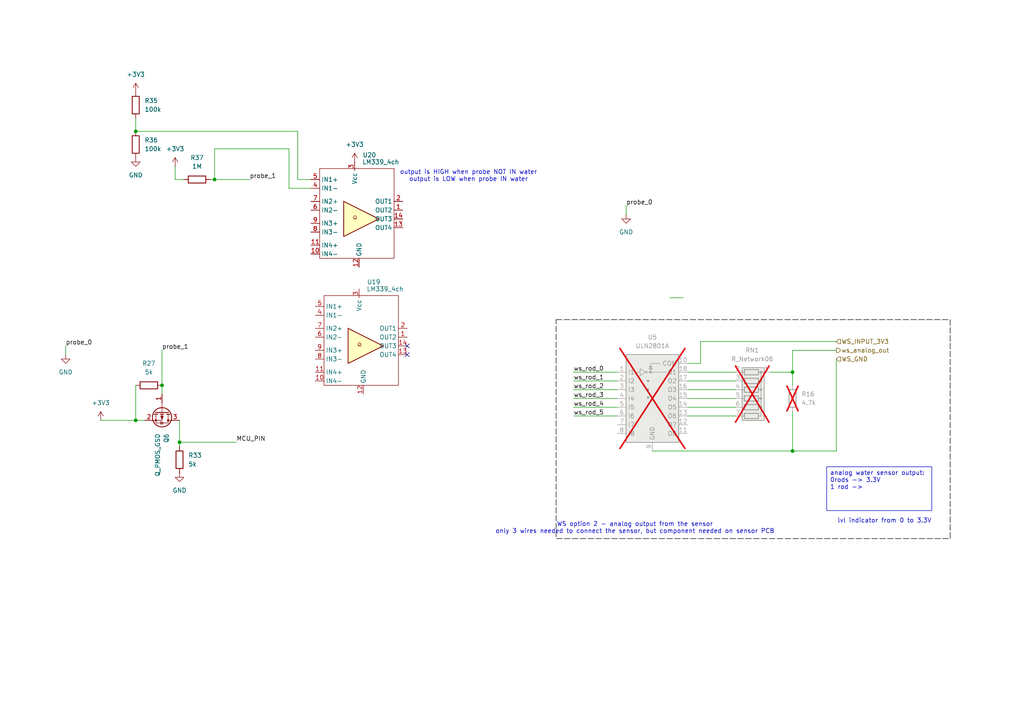
<source format=kicad_sch>
(kicad_sch (version 20231120) (generator "eeschema") (generator_version "8.0")
  (paper "A4")
  (lib_symbols
    (symbol "Device:Q_PMOS_GSD" (pin_names (offset 0) hide)
      (property "Reference" "Q" (at 5.08 1.27 0))
      (property "Value" "Q_PMOS_GSD" (at 5.08 -1.27 0))
      (symbol "Q_PMOS_GSD_0_1"
        (polyline (pts (xy 0.254 0) (xy -2.54 0)))
        (polyline (pts (xy 0.254 1.905) (xy 0.254 -1.905)) (stroke (width 0.254)))
        (polyline (pts (xy 0.762 -1.27) (xy 0.762 -2.286)) (stroke (width 0.254)))
        (polyline (pts (xy 0.762 0.508) (xy 0.762 -0.508)) (stroke (width 0.254)))
        (polyline (pts (xy 0.762 2.286) (xy 0.762 1.27)) (stroke (width 0.254)))
        (polyline (pts (xy 2.54 2.54) (xy 2.54 1.778)))
        (polyline (pts (xy 2.54 -2.54) (xy 2.54 0) (xy 0.762 0)))
        (polyline (pts (xy 0.762 1.778) (xy 3.302 1.778) (xy 3.302 -1.778) (xy 0.762 -1.778)))
        (polyline (pts (xy 2.286 0) (xy 1.27 0.381) (xy 1.27 -0.381) (xy 2.286 0)) (fill (type outline)))
        (polyline (pts (xy 2.794 -0.508) (xy 2.921 -0.381) (xy 3.683 -0.381) (xy 3.81 -0.254)))
        (polyline (pts (xy 3.302 -0.381) (xy 2.921 0.254) (xy 3.683 0.254) (xy 3.302 -0.381)))
        (circle (center 1.651 0) (radius 2.794) (stroke (width 0.254)))
        (circle (center 2.54 -1.778) (radius 0.254) (fill (type outline)))
        (circle (center 2.54 1.778) (radius 0.254) (fill (type outline)))
      )
      (symbol "Q_PMOS_GSD_1_1"
        (pin input line (at -5.08 0 0) (length 2.54) (name "G") (number "1"))
        (pin passive line (at 2.54 -5.08 90) (length 2.54) (name "S") (number "2"))
        (pin passive line (at 2.54 5.08 270) (length 2.54) (name "D") (number "3"))
      )
    )
    (symbol "Device:R" (pin_numbers hide) (pin_names (offset 0))
      (property "Reference" "R" (at 2.032 0 90))
      (property "Value" "R" (at 0 0 90))
      (symbol "R_0_1"
        (rectangle (start -1.016 -2.54) (end 1.016 2.54) (stroke (width 0.254)))
      )
      (symbol "R_1_1"
        (pin passive line (at 0 3.81 270) (length 1.27) (name "~") (number "1"))
        (pin passive line (at 0 -3.81 90) (length 1.27) (name "~") (number "2"))
      )
    )
    (symbol "Device:R_Network06" (pin_names (offset 0) hide)
      (property "Reference" "RN" (at -10.16 0 90))
      (property "Value" "R_Network06" (at 7.62 0 90))
      (symbol "R_Network06_0_1"
        (rectangle (start -8.89 -3.175) (end 6.35 3.175) (stroke (width 0.254)) (fill (type background)))
        (rectangle (start -8.382 1.524) (end -6.858 -2.54) (stroke (width 0.254)))
        (circle (center -7.62 2.286) (radius 0.254) (fill (type outline)))
        (rectangle (start -5.842 1.524) (end -4.318 -2.54) (stroke (width 0.254)))
        (circle (center -5.08 2.286) (radius 0.254) (fill (type outline)))
        (rectangle (start -3.302 1.524) (end -1.778 -2.54) (stroke (width 0.254)))
        (circle (center -2.54 2.286) (radius 0.254) (fill (type outline)))
        (rectangle (start -0.762 1.524) (end 0.762 -2.54) (stroke (width 0.254)))
        (polyline (pts (xy -7.62 -2.54) (xy -7.62 -3.81)))
        (polyline (pts (xy -5.08 -2.54) (xy -5.08 -3.81)))
        (polyline (pts (xy -2.54 -2.54) (xy -2.54 -3.81)))
        (polyline (pts (xy 0 -2.54) (xy 0 -3.81)))
        (polyline (pts (xy 2.54 -2.54) (xy 2.54 -3.81)))
        (polyline (pts (xy 5.08 -2.54) (xy 5.08 -3.81)))
        (polyline (pts (xy -7.62 1.524) (xy -7.62 2.286) (xy -5.08 2.286) (xy -5.08 1.524)))
        (polyline (pts (xy -5.08 1.524) (xy -5.08 2.286) (xy -2.54 2.286) (xy -2.54 1.524)))
        (polyline (pts (xy -2.54 1.524) (xy -2.54 2.286) (xy 0 2.286) (xy 0 1.524)))
        (polyline (pts (xy 0 1.524) (xy 0 2.286) (xy 2.54 2.286) (xy 2.54 1.524)))
        (polyline (pts (xy 2.54 1.524) (xy 2.54 2.286) (xy 5.08 2.286) (xy 5.08 1.524)))
        (circle (center 0 2.286) (radius 0.254) (fill (type outline)))
        (rectangle (start 1.778 1.524) (end 3.302 -2.54) (stroke (width 0.254)))
        (circle (center 2.54 2.286) (radius 0.254) (fill (type outline)))
        (rectangle (start 4.318 1.524) (end 5.842 -2.54) (stroke (width 0.254)))
      )
      (symbol "R_Network06_1_1"
        (pin passive line (at -7.62 5.08 270) (length 2.54) (name "common") (number "1"))
        (pin passive line (at -7.62 -5.08 90) (length 1.27) (name "R1") (number "2"))
        (pin passive line (at -5.08 -5.08 90) (length 1.27) (name "R2") (number "3"))
        (pin passive line (at -2.54 -5.08 90) (length 1.27) (name "R3") (number "4"))
        (pin passive line (at 0 -5.08 90) (length 1.27) (name "R4") (number "5"))
        (pin passive line (at 2.54 -5.08 90) (length 1.27) (name "R5") (number "6"))
        (pin passive line (at 5.08 -5.08 90) (length 1.27) (name "R6") (number "7"))
      )
    )
    (symbol "HeavyDuty:LM339_4ch"
      (property "Reference" "U" (at -1.778 13.716 0))
      (symbol "LM339_4ch_0_1"
        (rectangle (start -8.89 12.065) (end 12.7 -13.97))
      )
      (symbol "LM339_4ch_1_1"
        (polyline (pts (xy -1.905 2.54) (xy 8.255 -2.54) (xy -1.905 -7.62) (xy -1.905 2.54)) (stroke (width 0.254)) (fill (type background)))
        (polyline (pts (xy 1.905 -2.54) (xy 1.397 -2.54) (xy 1.905 -2.032) (xy 1.397 -1.524) (xy 0.889 -2.032) (xy 1.397 -2.54) (xy 0.889 -2.54)) (stroke (width 0.127)))
        (pin output line (at 15.24 0 180) (length 2.54) (name "OUT2") (number "1"))
        (pin input line (at -11.43 -12.7 0) (length 2.54) (name "IN4-") (number "10"))
        (pin input line (at -11.43 -10.16 0) (length 2.54) (name "IN4+") (number "11"))
        (pin passive line (at 2.54 -16.51 90) (length 2.54) (name "GND") (number "12"))
        (pin output line (at 15.24 -5.08 180) (length 2.54) (name "OUT4") (number "13"))
        (pin output line (at 15.24 -2.54 180) (length 2.54) (name "OUT3") (number "14"))
        (pin output line (at 15.24 2.54 180) (length 2.54) (name "OUT1") (number "2"))
        (pin power_in line (at 1.27 13.97 270) (length 2.54) (name "Vcc") (number "3"))
        (pin input line (at -11.43 6.35 0) (length 2.54) (name "IN1-") (number "4"))
        (pin input line (at -11.43 8.89 0) (length 2.54) (name "IN1+") (number "5"))
        (pin input line (at -11.43 0 0) (length 2.54) (name "IN2-") (number "6"))
        (pin input line (at -11.43 2.54 0) (length 2.54) (name "IN2+") (number "7"))
        (pin input line (at -11.43 -6.35 0) (length 2.54) (name "IN3-") (number "8"))
        (pin input line (at -11.43 -3.81 0) (length 2.54) (name "IN3+") (number "9"))
      )
    )
    (symbol "Transistor_Array:ULN2801A"
      (property "Reference" "U" (at 0 13.335 0))
      (property "Value" "ULN2801A" (at 0 11.43 0))
      (symbol "ULN2801A_0_1"
        (rectangle (start -7.62 -15.24) (end 7.62 10.16) (stroke (width 0.254)) (fill (type background)))
        (circle (center -1.778 5.08) (radius 0.254))
        (circle (center -1.27 -2.286) (radius 0.254) (fill (type outline)))
        (circle (center -1.27 0) (radius 0.254) (fill (type outline)))
        (circle (center -1.27 2.54) (radius 0.254) (fill (type outline)))
        (circle (center -0.508 5.08) (radius 0.254) (fill (type outline)))
        (polyline (pts (xy -4.572 5.08) (xy -3.556 5.08)))
        (polyline (pts (xy -1.524 5.08) (xy 4.064 5.08)))
        (polyline (pts (xy 0 6.731) (xy -1.016 6.731)))
        (polyline (pts (xy -0.508 5.08) (xy -0.508 7.62) (xy 2.286 7.62)))
        (polyline (pts (xy -3.556 6.096) (xy -3.556 4.064) (xy -2.032 5.08) (xy -3.556 6.096)))
        (polyline (pts (xy 0 5.969) (xy -1.016 5.969) (xy -0.508 6.731) (xy 0 5.969)))
      )
      (symbol "ULN2801A_1_1"
        (pin input line (at -10.16 5.08 0) (length 2.54) (name "I1") (number "1"))
        (pin passive line (at 10.16 7.62 180) (length 2.54) (name "COM") (number "10"))
        (pin open_collector line (at 10.16 -12.7 180) (length 2.54) (name "O8") (number "11"))
        (pin open_collector line (at 10.16 -10.16 180) (length 2.54) (name "O7") (number "12"))
        (pin open_collector line (at 10.16 -7.62 180) (length 2.54) (name "O6") (number "13"))
        (pin open_collector line (at 10.16 -5.08 180) (length 2.54) (name "O5") (number "14"))
        (pin open_collector line (at 10.16 -2.54 180) (length 2.54) (name "O4") (number "15"))
        (pin open_collector line (at 10.16 0 180) (length 2.54) (name "O3") (number "16"))
        (pin open_collector line (at 10.16 2.54 180) (length 2.54) (name "O2") (number "17"))
        (pin open_collector line (at 10.16 5.08 180) (length 2.54) (name "O1") (number "18"))
        (pin input line (at -10.16 2.54 0) (length 2.54) (name "I2") (number "2"))
        (pin input line (at -10.16 0 0) (length 2.54) (name "I3") (number "3"))
        (pin input line (at -10.16 -2.54 0) (length 2.54) (name "I4") (number "4"))
        (pin input line (at -10.16 -5.08 0) (length 2.54) (name "I5") (number "5"))
        (pin input line (at -10.16 -7.62 0) (length 2.54) (name "I6") (number "6"))
        (pin input line (at -10.16 -10.16 0) (length 2.54) (name "I7") (number "7"))
        (pin input line (at -10.16 -12.7 0) (length 2.54) (name "I8") (number "8"))
        (pin power_in line (at 0 -17.78 90) (length 2.54) (name "GND") (number "9"))
      )
    )
    (symbol "power:+3V3" (power) (pin_numbers hide) (pin_names (offset 0) hide)
      (property "Value" "+3V3" (at 0 3.556 0))
      (symbol "+3V3_0_1"
        (polyline (pts (xy -0.762 1.27) (xy 0 2.54)))
        (polyline (pts (xy 0 0) (xy 0 2.54)))
        (polyline (pts (xy 0 2.54) (xy 0.762 1.27)))
      )
      (symbol "+3V3_1_1"
        (pin power_in line (at 0 0 90) (length 0) (name "~") (number "1"))
      )
    )
    (symbol "power:GND" (power) (pin_numbers hide) (pin_names (offset 0) hide)
      (property "Value" "GND" (at 0 -3.81 0))
      (symbol "GND_0_1"
        (polyline (pts (xy 0 0) (xy 0 -1.27) (xy 1.27 -1.27) (xy 0 -2.54) (xy -1.27 -1.27) (xy 0 -1.27)))
      )
      (symbol "GND_1_1"
        (pin power_in line (at 0 0 270) (length 0) (name "~") (number "1"))
      )
    )
  )
  (junction (at 62.23 52.07))
  (junction (at 39.37 121.92))
  (junction (at 46.99 111.76))
  (junction (at 52.07 128.27))
  (junction (at 229.87 107.95))
  (junction (at 39.37 38.1))
  (junction (at 229.87 130.81))
  (no_connect (at 118.11 100.33))
  (no_connect (at 118.11 102.87))
  (wire (pts (xy 83.82 54.61) (xy 90.17 54.61)))
  (wire (pts (xy 199.39 113.03) (xy 213.36 113.03)))
  (wire (pts (xy 199.39 120.65) (xy 213.36 120.65)))
  (wire (pts (xy 39.37 121.92) (xy 41.91 121.92)))
  (wire (pts (xy 166.37 113.03) (xy 179.07 113.03)))
  (wire (pts (xy 52.07 128.27) (xy 68.58 128.27)))
  (wire (pts (xy 166.37 110.49) (xy 179.07 110.49)))
  (wire (pts (xy 83.82 43.18) (xy 83.82 54.61)))
  (wire (pts (xy 90.17 52.07) (xy 86.36 52.07)))
  (wire (pts (xy 46.99 101.6) (xy 46.99 111.76)))
  (wire (pts (xy 194.31 86.36) (xy 198.12 86.36)))
  (wire (pts (xy 39.37 38.1) (xy 86.36 38.1)))
  (wire (pts (xy 62.23 43.18) (xy 62.23 52.07)))
  (wire (pts (xy 199.39 118.11) (xy 213.36 118.11)))
  (wire (pts (xy 166.37 107.95) (xy 179.07 107.95)))
  (wire (pts (xy 62.23 52.07) (xy 60.96 52.07)))
  (wire (pts (xy 242.57 104.14) (xy 242.57 130.81)))
  (wire (pts (xy 199.39 115.57) (xy 213.36 115.57)))
  (wire (pts (xy 50.8 48.26) (xy 50.8 52.07)))
  (wire (pts (xy 86.36 52.07) (xy 86.36 38.1)))
  (wire (pts (xy 199.39 110.49) (xy 213.36 110.49)))
  (wire (pts (xy 166.37 118.11) (xy 179.07 118.11)))
  (wire (pts (xy 166.37 115.57) (xy 179.07 115.57)))
  (wire (pts (xy 29.21 121.92) (xy 39.37 121.92)))
  (wire (pts (xy 181.61 59.69) (xy 181.61 62.23)))
  (wire (pts (xy 229.87 107.95) (xy 229.87 111.76)))
  (wire (pts (xy 52.07 129.54) (xy 52.07 128.27)))
  (wire (pts (xy 19.05 100.33) (xy 19.05 102.87)))
  (wire (pts (xy 242.57 130.81) (xy 229.87 130.81)))
  (wire (pts (xy 39.37 111.76) (xy 39.37 121.92)))
  (wire (pts (xy 62.23 43.18) (xy 83.82 43.18)))
  (wire (pts (xy 229.87 101.6) (xy 229.87 107.95)))
  (wire (pts (xy 166.37 120.65) (xy 179.07 120.65)))
  (wire (pts (xy 39.37 34.29) (xy 39.37 38.1)))
  (wire (pts (xy 46.99 111.76) (xy 46.99 114.3)))
  (wire (pts (xy 223.52 107.95) (xy 229.87 107.95)))
  (wire (pts (xy 242.57 99.06) (xy 203.2 99.06)))
  (wire (pts (xy 229.87 101.6) (xy 242.57 101.6)))
  (wire (pts (xy 52.07 121.92) (xy 52.07 128.27)))
  (wire (pts (xy 50.8 52.07) (xy 53.34 52.07)))
  (wire (pts (xy 203.2 99.06) (xy 203.2 105.41)))
  (wire (pts (xy 199.39 107.95) (xy 213.36 107.95)))
  (wire (pts (xy 62.23 52.07) (xy 72.39 52.07)))
  (wire (pts (xy 189.23 130.81) (xy 229.87 130.81)))
  (wire (pts (xy 229.87 119.38) (xy 229.87 130.81)))
  (wire (pts (xy 199.39 105.41) (xy 203.2 105.41)))
  (rectangle (start 161.29 92.71) (end 275.59 156.21) (stroke (width 0) (type dash) (color 4 0 0 1)))
  (text_box "analog water sensor output:\n0rods -> 3.3V\n1 rod -> \n" (at 239.776 135.382 0) (size 30.48 12.7) (effects (font (size 1.27 1.27)) (justify left top)))
  (text "output is HIGH when probe NOT IN water\noutput is LOW when probe IN water" (at 135.89 51.054 0) (effects (font (size 1.27 1.27))))
  (text "lvl indicator from 0 to 3.3V" (at 256.54 151.13 0) (effects (font (size 1.27 1.27))))
  (text "WS option 2 - analog output from the sensor\nonly 3 wires needed to connect the sensor, but component needed on sensor PCB" (at 184.15 153.162 0) (effects (font (size 1.27 1.27))))
  (label "ws_rod_3" (at 166.37 115.57 0))
  (label "ws_rod_2" (at 166.37 113.03 0))
  (label "ws_rod_5" (at 166.37 120.65 0))
  (label "ws_rod_4" (at 166.37 118.11 0))
  (label "MCU_PIN" (at 68.58 128.27 0))
  (label "ws_rod_0" (at 166.37 107.95 0))
  (label "probe_0" (at 181.61 59.69 0))
  (label "probe_1" (at 72.39 52.07 0))
  (label "probe_0" (at 19.05 100.33 0))
  (label "probe_1" (at 46.99 101.6 0))
  (label "ws_rod_1" (at 166.37 110.49 0))
  (hierarchical_label "ws_analog_out" (shape output) (at 242.57 101.6 0))
  (hierarchical_label "WS_INPUT_3V3" (shape input) (at 242.57 99.06 0))
  (hierarchical_label "WS_GND" (shape input) (at 242.57 104.14 0))
  (symbol (lib_id "power:GND") (at 19.05 102.87 0) (unit 1)
    (property "Reference" "#PWR054" (effects (hide yes)))
    (property "Value" "GND" (at 19.05 107.95 0))
    (property "Description" "Power symbol creates a global label with name \"GND\" , ground" (effects (hide yes)))
  )
  (symbol (lib_id "power:GND") (at 52.07 137.16 0) (unit 1)
    (property "Reference" "#PWR048" (effects (hide yes)))
    (property "Value" "GND" (at 52.07 142.24 0))
    (property "Description" "Power symbol creates a global label with name \"GND\" , ground" (effects (hide yes)))
  )
  (symbol (lib_id "power:GND") (at 39.37 45.72 0) (unit 1)
    (property "Reference" "#PWR050" (effects (hide yes)))
    (property "Value" "GND" (at 39.37 50.8 0))
    (property "Description" "Power symbol creates a global label with name \"GND\" , ground" (effects (hide yes)))
  )
  (symbol (lib_id "Transistor_Array:ULN2801A") (at 189.23 113.03 0) (unit 1) (in_bom no) (on_board no) (dnp yes)
    (property "Reference" "U5" (at 189.23 97.79 0))
    (property "Value" "ULN2801A" (at 189.23 100.33 0))
    (property "Datasheet" "http://www.promelec.ru/pdf/1536.pdf" (effects (hide yes)))
    (property "Description" "Darlington Transistor Arrays, SOIC18/DIP18" (effects (hide yes)))
  )
  (symbol (lib_id "power:+3V3") (at 102.87 46.99 0) (unit 1)
    (property "Reference" "#PWR052" (effects (hide yes)))
    (property "Value" "+3V3" (at 102.87 41.91 0))
    (property "Description" "Power symbol creates a global label with name \"+3V3\"" (effects (hide yes)))
  )
  (symbol (lib_id "Device:Q_PMOS_GSD") (at 46.99 119.38 270) (unit 1)
    (property "Reference" "Q6" (at 48.2601 125.73 0) (effects (justify left)))
    (property "Value" "Q_PMOS_GSD" (at 45.7201 125.73 0) (effects (justify left)))
    (property "Description" "P-MOSFET transistor, gate/source/drain" (effects (hide yes)))
  )
  (symbol (lib_id "power:+3V3") (at 50.8 48.26 0) (unit 1)
    (property "Reference" "#PWR053" (effects (hide yes)))
    (property "Value" "+3V3" (at 50.8 43.18 0))
    (property "Description" "Power symbol creates a global label with name \"+3V3\"" (effects (hide yes)))
  )
  (symbol (lib_id "Device:R") (at 43.18 111.76 270) (unit 1)
    (property "Reference" "R27" (at 43.18 105.41 90))
    (property "Value" "5k" (at 43.18 107.95 90))
    (property "Footprint" "Resistor_SMD:R_0805_2012Metric_Pad1.20x1.40mm_HandSolder" (effects (hide yes)))
    (property "Description" "Resistor" (effects (hide yes)))
  )
  (symbol (lib_id "power:+3V3") (at 29.21 121.92 0) (unit 1)
    (property "Reference" "#PWR049" (effects (hide yes)))
    (property "Value" "+3V3" (at 29.21 116.84 0))
    (property "Description" "Power symbol creates a global label with name \"+3V3\"" (effects (hide yes)))
  )
  (symbol (lib_id "HeavyDuty:LM339_4ch") (at 102.87 97.79 0) (unit 1)
    (property "Reference" "U19" (at 106.426 81.788 0) (effects (justify left)))
    (property "Value" "LM339_4ch" (at 106.3341 83.82 0) (effects (justify left)))
    (property "Footprint" "Package_SO:HTSSOP-14-1EP_4.4x5mm_P0.65mm_EP3.4x5mm_Mask3x3.1mm_ThermalVias" (effects (hide yes)))
  )
  (symbol (lib_id "power:+3V3") (at 39.37 26.67 0) (unit 1)
    (property "Reference" "#PWR051" (effects (hide yes)))
    (property "Value" "+3V3" (at 39.37 21.59 0))
    (property "Description" "Power symbol creates a global label with name \"+3V3\"" (effects (hide yes)))
  )
  (symbol (lib_id "Device:R") (at 52.07 133.35 180) (unit 1)
    (property "Reference" "R33" (at 54.61 132.0799 0) (effects (justify right)))
    (property "Value" "5k" (at 54.61 134.6199 0) (effects (justify right)))
    (property "Footprint" "Resistor_SMD:R_0805_2012Metric_Pad1.20x1.40mm_HandSolder" (effects (hide yes)))
    (property "Description" "Resistor" (effects (hide yes)))
  )
  (symbol (lib_id "Device:R") (at 57.15 52.07 270) (unit 1)
    (property "Reference" "R37" (at 57.15 45.72 90))
    (property "Value" "1M" (at 57.15 48.26 90))
    (property "Footprint" "Resistor_SMD:R_0805_2012Metric_Pad1.20x1.40mm_HandSolder" (effects (hide yes)))
    (property "Description" "Resistor" (effects (hide yes)))
  )
  (symbol (lib_id "Device:R") (at 229.87 115.57 0) (unit 1) (in_bom no) (on_board no) (dnp yes)
    (property "Reference" "R16" (at 232.41 114.2999 0) (effects (justify left)))
    (property "Value" "4.7k" (at 232.41 116.8399 0) (effects (justify left)))
    (property "Description" "Resistor" (effects (hide yes)))
  )
  (symbol (lib_id "Device:R_Network06") (at 218.44 115.57 270) (unit 1) (in_bom no) (on_board no) (dnp yes)
    (property "Reference" "RN1" (at 218.186 101.6 90))
    (property "Value" "R_Network06" (at 218.186 104.14 90))
    (property "Footprint" "Resistor_THT:R_Array_SIP7" (effects (hide yes)))
    (property "Datasheet" "http://www.vishay.com/docs/31509/csc.pdf" (effects (hide yes)))
    (property "Description" "6 resistor network, star topology, bussed resistors, small symbol" (effects (hide yes)))
  )
  (symbol (lib_id "Device:R") (at 39.37 41.91 180) (unit 1)
    (property "Reference" "R36" (at 41.91 40.6399 0) (effects (justify right)))
    (property "Value" "100k" (at 41.91 43.1799 0) (effects (justify right)))
    (property "Footprint" "Resistor_SMD:R_0805_2012Metric_Pad1.20x1.40mm_HandSolder" (effects (hide yes)))
    (property "Description" "Resistor" (effects (hide yes)))
  )
  (symbol (lib_id "Device:R") (at 39.37 30.48 180) (unit 1)
    (property "Reference" "R35" (at 41.91 29.2099 0) (effects (justify right)))
    (property "Value" "100k" (at 41.91 31.7499 0) (effects (justify right)))
    (property "Footprint" "Resistor_SMD:R_0805_2012Metric_Pad1.20x1.40mm_HandSolder" (effects (hide yes)))
    (property "Description" "Resistor" (effects (hide yes)))
  )
  (symbol (lib_id "HeavyDuty:LM339_4ch") (at 101.6 60.96 0) (unit 1)
    (property "Reference" "U20" (at 105.156 44.958 0) (effects (justify left)))
    (property "Value" "LM339_4ch" (at 105.0641 46.99 0) (effects (justify left)))
    (property "Footprint" "Package_SO:SOIC-14W_7.5x9mm_P1.27mm" (effects (hide yes)))
  )
  (symbol (lib_id "power:GND") (at 181.61 62.23 0) (unit 1)
    (property "Reference" "#PWR047" (effects (hide yes)))
    (property "Value" "GND" (at 181.61 67.31 0))
    (property "Description" "Power symbol creates a global label with name \"GND\" , ground" (effects (hide yes)))
  )
)
</source>
